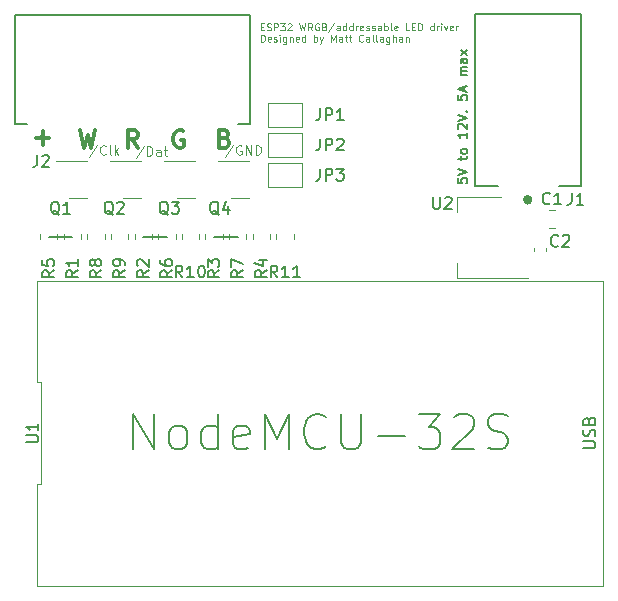
<source format=gbr>
%TF.GenerationSoftware,KiCad,Pcbnew,(6.0.0)*%
%TF.CreationDate,2022-01-02T10:57:20+08:00*%
%TF.ProjectId,NodeMCU-32S-RGBWA-LED-driver,4e6f6465-4d43-4552-9d33-32532d524742,1*%
%TF.SameCoordinates,PX68d6610PY3c42a2c*%
%TF.FileFunction,Legend,Top*%
%TF.FilePolarity,Positive*%
%FSLAX46Y46*%
G04 Gerber Fmt 4.6, Leading zero omitted, Abs format (unit mm)*
G04 Created by KiCad (PCBNEW (6.0.0)) date 2022-01-02 10:57:20*
%MOMM*%
%LPD*%
G01*
G04 APERTURE LIST*
%ADD10C,0.200000*%
%ADD11C,0.150000*%
%ADD12C,0.100000*%
%ADD13C,0.300000*%
%ADD14C,0.120000*%
%ADD15C,0.127000*%
%ADD16C,0.400000*%
G04 APERTURE END LIST*
D10*
X37431904Y-13842500D02*
X37431904Y-14223452D01*
X37812857Y-14261547D01*
X37774761Y-14223452D01*
X37736666Y-14147261D01*
X37736666Y-13956785D01*
X37774761Y-13880595D01*
X37812857Y-13842500D01*
X37889047Y-13804404D01*
X38079523Y-13804404D01*
X38155714Y-13842500D01*
X38193809Y-13880595D01*
X38231904Y-13956785D01*
X38231904Y-14147261D01*
X38193809Y-14223452D01*
X38155714Y-14261547D01*
X37431904Y-13575833D02*
X38231904Y-13309166D01*
X37431904Y-13042500D01*
X37698571Y-12280595D02*
X37698571Y-11975833D01*
X37431904Y-12166309D02*
X38117619Y-12166309D01*
X38193809Y-12128214D01*
X38231904Y-12052023D01*
X38231904Y-11975833D01*
X38231904Y-11594880D02*
X38193809Y-11671071D01*
X38155714Y-11709166D01*
X38079523Y-11747261D01*
X37850952Y-11747261D01*
X37774761Y-11709166D01*
X37736666Y-11671071D01*
X37698571Y-11594880D01*
X37698571Y-11480595D01*
X37736666Y-11404404D01*
X37774761Y-11366309D01*
X37850952Y-11328214D01*
X38079523Y-11328214D01*
X38155714Y-11366309D01*
X38193809Y-11404404D01*
X38231904Y-11480595D01*
X38231904Y-11594880D01*
X38231904Y-9956785D02*
X38231904Y-10413928D01*
X38231904Y-10185357D02*
X37431904Y-10185357D01*
X37546190Y-10261547D01*
X37622380Y-10337738D01*
X37660476Y-10413928D01*
X37508095Y-9652023D02*
X37470000Y-9613928D01*
X37431904Y-9537738D01*
X37431904Y-9347261D01*
X37470000Y-9271071D01*
X37508095Y-9232976D01*
X37584285Y-9194880D01*
X37660476Y-9194880D01*
X37774761Y-9232976D01*
X38231904Y-9690119D01*
X38231904Y-9194880D01*
X37431904Y-8966309D02*
X38231904Y-8699642D01*
X37431904Y-8432976D01*
X38155714Y-8166309D02*
X38193809Y-8128214D01*
X38231904Y-8166309D01*
X38193809Y-8204404D01*
X38155714Y-8166309D01*
X38231904Y-8166309D01*
X37431904Y-6794880D02*
X37431904Y-7175833D01*
X37812857Y-7213928D01*
X37774761Y-7175833D01*
X37736666Y-7099642D01*
X37736666Y-6909166D01*
X37774761Y-6832976D01*
X37812857Y-6794880D01*
X37889047Y-6756785D01*
X38079523Y-6756785D01*
X38155714Y-6794880D01*
X38193809Y-6832976D01*
X38231904Y-6909166D01*
X38231904Y-7099642D01*
X38193809Y-7175833D01*
X38155714Y-7213928D01*
X38003333Y-6452023D02*
X38003333Y-6071071D01*
X38231904Y-6528214D02*
X37431904Y-6261547D01*
X38231904Y-5994880D01*
X38231904Y-5118690D02*
X37698571Y-5118690D01*
X37774761Y-5118690D02*
X37736666Y-5080595D01*
X37698571Y-5004404D01*
X37698571Y-4890119D01*
X37736666Y-4813928D01*
X37812857Y-4775833D01*
X38231904Y-4775833D01*
X37812857Y-4775833D02*
X37736666Y-4737738D01*
X37698571Y-4661547D01*
X37698571Y-4547261D01*
X37736666Y-4471071D01*
X37812857Y-4432976D01*
X38231904Y-4432976D01*
X38231904Y-3709166D02*
X37812857Y-3709166D01*
X37736666Y-3747261D01*
X37698571Y-3823452D01*
X37698571Y-3975833D01*
X37736666Y-4052023D01*
X38193809Y-3709166D02*
X38231904Y-3785357D01*
X38231904Y-3975833D01*
X38193809Y-4052023D01*
X38117619Y-4090119D01*
X38041428Y-4090119D01*
X37965238Y-4052023D01*
X37927142Y-3975833D01*
X37927142Y-3785357D01*
X37889047Y-3709166D01*
X38231904Y-3404404D02*
X37698571Y-2985357D01*
X37698571Y-3404404D02*
X38231904Y-2985357D01*
D11*
X10820000Y-18762500D02*
X12820000Y-18762500D01*
X2820000Y-18762500D02*
X4820000Y-18762500D01*
X18820000Y-18762500D02*
X16820000Y-18762500D01*
D12*
X10872380Y-11086309D02*
X10186666Y-12114880D01*
X11139047Y-11924404D02*
X11139047Y-11124404D01*
X11329523Y-11124404D01*
X11443809Y-11162500D01*
X11520000Y-11238690D01*
X11558095Y-11314880D01*
X11596190Y-11467261D01*
X11596190Y-11581547D01*
X11558095Y-11733928D01*
X11520000Y-11810119D01*
X11443809Y-11886309D01*
X11329523Y-11924404D01*
X11139047Y-11924404D01*
X12281904Y-11924404D02*
X12281904Y-11505357D01*
X12243809Y-11429166D01*
X12167619Y-11391071D01*
X12015238Y-11391071D01*
X11939047Y-11429166D01*
X12281904Y-11886309D02*
X12205714Y-11924404D01*
X12015238Y-11924404D01*
X11939047Y-11886309D01*
X11900952Y-11810119D01*
X11900952Y-11733928D01*
X11939047Y-11657738D01*
X12015238Y-11619642D01*
X12205714Y-11619642D01*
X12281904Y-11581547D01*
X12548571Y-11391071D02*
X12853333Y-11391071D01*
X12662857Y-11124404D02*
X12662857Y-11810119D01*
X12700952Y-11886309D01*
X12777142Y-11924404D01*
X12853333Y-11924404D01*
X20777857Y-986642D02*
X20977857Y-986642D01*
X21063571Y-1300928D02*
X20777857Y-1300928D01*
X20777857Y-700928D01*
X21063571Y-700928D01*
X21292142Y-1272357D02*
X21377857Y-1300928D01*
X21520714Y-1300928D01*
X21577857Y-1272357D01*
X21606428Y-1243785D01*
X21635000Y-1186642D01*
X21635000Y-1129500D01*
X21606428Y-1072357D01*
X21577857Y-1043785D01*
X21520714Y-1015214D01*
X21406428Y-986642D01*
X21349285Y-958071D01*
X21320714Y-929500D01*
X21292142Y-872357D01*
X21292142Y-815214D01*
X21320714Y-758071D01*
X21349285Y-729500D01*
X21406428Y-700928D01*
X21549285Y-700928D01*
X21635000Y-729500D01*
X21892142Y-1300928D02*
X21892142Y-700928D01*
X22120714Y-700928D01*
X22177857Y-729500D01*
X22206428Y-758071D01*
X22235000Y-815214D01*
X22235000Y-900928D01*
X22206428Y-958071D01*
X22177857Y-986642D01*
X22120714Y-1015214D01*
X21892142Y-1015214D01*
X22435000Y-700928D02*
X22806428Y-700928D01*
X22606428Y-929500D01*
X22692142Y-929500D01*
X22749285Y-958071D01*
X22777857Y-986642D01*
X22806428Y-1043785D01*
X22806428Y-1186642D01*
X22777857Y-1243785D01*
X22749285Y-1272357D01*
X22692142Y-1300928D01*
X22520714Y-1300928D01*
X22463571Y-1272357D01*
X22435000Y-1243785D01*
X23035000Y-758071D02*
X23063571Y-729500D01*
X23120714Y-700928D01*
X23263571Y-700928D01*
X23320714Y-729500D01*
X23349285Y-758071D01*
X23377857Y-815214D01*
X23377857Y-872357D01*
X23349285Y-958071D01*
X23006428Y-1300928D01*
X23377857Y-1300928D01*
X24035000Y-700928D02*
X24177857Y-1300928D01*
X24292142Y-872357D01*
X24406428Y-1300928D01*
X24549285Y-700928D01*
X25120714Y-1300928D02*
X24920714Y-1015214D01*
X24777857Y-1300928D02*
X24777857Y-700928D01*
X25006428Y-700928D01*
X25063571Y-729500D01*
X25092142Y-758071D01*
X25120714Y-815214D01*
X25120714Y-900928D01*
X25092142Y-958071D01*
X25063571Y-986642D01*
X25006428Y-1015214D01*
X24777857Y-1015214D01*
X25692142Y-729500D02*
X25635000Y-700928D01*
X25549285Y-700928D01*
X25463571Y-729500D01*
X25406428Y-786642D01*
X25377857Y-843785D01*
X25349285Y-958071D01*
X25349285Y-1043785D01*
X25377857Y-1158071D01*
X25406428Y-1215214D01*
X25463571Y-1272357D01*
X25549285Y-1300928D01*
X25606428Y-1300928D01*
X25692142Y-1272357D01*
X25720714Y-1243785D01*
X25720714Y-1043785D01*
X25606428Y-1043785D01*
X26177857Y-986642D02*
X26263571Y-1015214D01*
X26292142Y-1043785D01*
X26320714Y-1100928D01*
X26320714Y-1186642D01*
X26292142Y-1243785D01*
X26263571Y-1272357D01*
X26206428Y-1300928D01*
X25977857Y-1300928D01*
X25977857Y-700928D01*
X26177857Y-700928D01*
X26235000Y-729500D01*
X26263571Y-758071D01*
X26292142Y-815214D01*
X26292142Y-872357D01*
X26263571Y-929500D01*
X26235000Y-958071D01*
X26177857Y-986642D01*
X25977857Y-986642D01*
X27006428Y-672357D02*
X26492142Y-1443785D01*
X27463571Y-1300928D02*
X27463571Y-986642D01*
X27435000Y-929500D01*
X27377857Y-900928D01*
X27263571Y-900928D01*
X27206428Y-929500D01*
X27463571Y-1272357D02*
X27406428Y-1300928D01*
X27263571Y-1300928D01*
X27206428Y-1272357D01*
X27177857Y-1215214D01*
X27177857Y-1158071D01*
X27206428Y-1100928D01*
X27263571Y-1072357D01*
X27406428Y-1072357D01*
X27463571Y-1043785D01*
X28006428Y-1300928D02*
X28006428Y-700928D01*
X28006428Y-1272357D02*
X27949285Y-1300928D01*
X27835000Y-1300928D01*
X27777857Y-1272357D01*
X27749285Y-1243785D01*
X27720714Y-1186642D01*
X27720714Y-1015214D01*
X27749285Y-958071D01*
X27777857Y-929500D01*
X27835000Y-900928D01*
X27949285Y-900928D01*
X28006428Y-929500D01*
X28549285Y-1300928D02*
X28549285Y-700928D01*
X28549285Y-1272357D02*
X28492142Y-1300928D01*
X28377857Y-1300928D01*
X28320714Y-1272357D01*
X28292142Y-1243785D01*
X28263571Y-1186642D01*
X28263571Y-1015214D01*
X28292142Y-958071D01*
X28320714Y-929500D01*
X28377857Y-900928D01*
X28492142Y-900928D01*
X28549285Y-929500D01*
X28835000Y-1300928D02*
X28835000Y-900928D01*
X28835000Y-1015214D02*
X28863571Y-958071D01*
X28892142Y-929500D01*
X28949285Y-900928D01*
X29006428Y-900928D01*
X29435000Y-1272357D02*
X29377857Y-1300928D01*
X29263571Y-1300928D01*
X29206428Y-1272357D01*
X29177857Y-1215214D01*
X29177857Y-986642D01*
X29206428Y-929500D01*
X29263571Y-900928D01*
X29377857Y-900928D01*
X29435000Y-929500D01*
X29463571Y-986642D01*
X29463571Y-1043785D01*
X29177857Y-1100928D01*
X29692142Y-1272357D02*
X29749285Y-1300928D01*
X29863571Y-1300928D01*
X29920714Y-1272357D01*
X29949285Y-1215214D01*
X29949285Y-1186642D01*
X29920714Y-1129500D01*
X29863571Y-1100928D01*
X29777857Y-1100928D01*
X29720714Y-1072357D01*
X29692142Y-1015214D01*
X29692142Y-986642D01*
X29720714Y-929500D01*
X29777857Y-900928D01*
X29863571Y-900928D01*
X29920714Y-929500D01*
X30177857Y-1272357D02*
X30235000Y-1300928D01*
X30349285Y-1300928D01*
X30406428Y-1272357D01*
X30435000Y-1215214D01*
X30435000Y-1186642D01*
X30406428Y-1129500D01*
X30349285Y-1100928D01*
X30263571Y-1100928D01*
X30206428Y-1072357D01*
X30177857Y-1015214D01*
X30177857Y-986642D01*
X30206428Y-929500D01*
X30263571Y-900928D01*
X30349285Y-900928D01*
X30406428Y-929500D01*
X30949285Y-1300928D02*
X30949285Y-986642D01*
X30920714Y-929500D01*
X30863571Y-900928D01*
X30749285Y-900928D01*
X30692142Y-929500D01*
X30949285Y-1272357D02*
X30892142Y-1300928D01*
X30749285Y-1300928D01*
X30692142Y-1272357D01*
X30663571Y-1215214D01*
X30663571Y-1158071D01*
X30692142Y-1100928D01*
X30749285Y-1072357D01*
X30892142Y-1072357D01*
X30949285Y-1043785D01*
X31235000Y-1300928D02*
X31235000Y-700928D01*
X31235000Y-929500D02*
X31292142Y-900928D01*
X31406428Y-900928D01*
X31463571Y-929500D01*
X31492142Y-958071D01*
X31520714Y-1015214D01*
X31520714Y-1186642D01*
X31492142Y-1243785D01*
X31463571Y-1272357D01*
X31406428Y-1300928D01*
X31292142Y-1300928D01*
X31235000Y-1272357D01*
X31863571Y-1300928D02*
X31806428Y-1272357D01*
X31777857Y-1215214D01*
X31777857Y-700928D01*
X32320714Y-1272357D02*
X32263571Y-1300928D01*
X32149285Y-1300928D01*
X32092142Y-1272357D01*
X32063571Y-1215214D01*
X32063571Y-986642D01*
X32092142Y-929500D01*
X32149285Y-900928D01*
X32263571Y-900928D01*
X32320714Y-929500D01*
X32349285Y-986642D01*
X32349285Y-1043785D01*
X32063571Y-1100928D01*
X33349285Y-1300928D02*
X33063571Y-1300928D01*
X33063571Y-700928D01*
X33549285Y-986642D02*
X33749285Y-986642D01*
X33835000Y-1300928D02*
X33549285Y-1300928D01*
X33549285Y-700928D01*
X33835000Y-700928D01*
X34092142Y-1300928D02*
X34092142Y-700928D01*
X34235000Y-700928D01*
X34320714Y-729500D01*
X34377857Y-786642D01*
X34406428Y-843785D01*
X34435000Y-958071D01*
X34435000Y-1043785D01*
X34406428Y-1158071D01*
X34377857Y-1215214D01*
X34320714Y-1272357D01*
X34235000Y-1300928D01*
X34092142Y-1300928D01*
X35406428Y-1300928D02*
X35406428Y-700928D01*
X35406428Y-1272357D02*
X35349285Y-1300928D01*
X35235000Y-1300928D01*
X35177857Y-1272357D01*
X35149285Y-1243785D01*
X35120714Y-1186642D01*
X35120714Y-1015214D01*
X35149285Y-958071D01*
X35177857Y-929500D01*
X35235000Y-900928D01*
X35349285Y-900928D01*
X35406428Y-929500D01*
X35692142Y-1300928D02*
X35692142Y-900928D01*
X35692142Y-1015214D02*
X35720714Y-958071D01*
X35749285Y-929500D01*
X35806428Y-900928D01*
X35863571Y-900928D01*
X36063571Y-1300928D02*
X36063571Y-900928D01*
X36063571Y-700928D02*
X36035000Y-729500D01*
X36063571Y-758071D01*
X36092142Y-729500D01*
X36063571Y-700928D01*
X36063571Y-758071D01*
X36292142Y-900928D02*
X36435000Y-1300928D01*
X36577857Y-900928D01*
X37035000Y-1272357D02*
X36977857Y-1300928D01*
X36863571Y-1300928D01*
X36806428Y-1272357D01*
X36777857Y-1215214D01*
X36777857Y-986642D01*
X36806428Y-929500D01*
X36863571Y-900928D01*
X36977857Y-900928D01*
X37035000Y-929500D01*
X37063571Y-986642D01*
X37063571Y-1043785D01*
X36777857Y-1100928D01*
X37320714Y-1300928D02*
X37320714Y-900928D01*
X37320714Y-1015214D02*
X37349285Y-958071D01*
X37377857Y-929500D01*
X37435000Y-900928D01*
X37492142Y-900928D01*
X20777857Y-2266928D02*
X20777857Y-1666928D01*
X20920714Y-1666928D01*
X21006428Y-1695500D01*
X21063571Y-1752642D01*
X21092142Y-1809785D01*
X21120714Y-1924071D01*
X21120714Y-2009785D01*
X21092142Y-2124071D01*
X21063571Y-2181214D01*
X21006428Y-2238357D01*
X20920714Y-2266928D01*
X20777857Y-2266928D01*
X21606428Y-2238357D02*
X21549285Y-2266928D01*
X21435000Y-2266928D01*
X21377857Y-2238357D01*
X21349285Y-2181214D01*
X21349285Y-1952642D01*
X21377857Y-1895500D01*
X21435000Y-1866928D01*
X21549285Y-1866928D01*
X21606428Y-1895500D01*
X21635000Y-1952642D01*
X21635000Y-2009785D01*
X21349285Y-2066928D01*
X21863571Y-2238357D02*
X21920714Y-2266928D01*
X22035000Y-2266928D01*
X22092142Y-2238357D01*
X22120714Y-2181214D01*
X22120714Y-2152642D01*
X22092142Y-2095500D01*
X22035000Y-2066928D01*
X21949285Y-2066928D01*
X21892142Y-2038357D01*
X21863571Y-1981214D01*
X21863571Y-1952642D01*
X21892142Y-1895500D01*
X21949285Y-1866928D01*
X22035000Y-1866928D01*
X22092142Y-1895500D01*
X22377857Y-2266928D02*
X22377857Y-1866928D01*
X22377857Y-1666928D02*
X22349285Y-1695500D01*
X22377857Y-1724071D01*
X22406428Y-1695500D01*
X22377857Y-1666928D01*
X22377857Y-1724071D01*
X22920714Y-1866928D02*
X22920714Y-2352642D01*
X22892142Y-2409785D01*
X22863571Y-2438357D01*
X22806428Y-2466928D01*
X22720714Y-2466928D01*
X22663571Y-2438357D01*
X22920714Y-2238357D02*
X22863571Y-2266928D01*
X22749285Y-2266928D01*
X22692142Y-2238357D01*
X22663571Y-2209785D01*
X22635000Y-2152642D01*
X22635000Y-1981214D01*
X22663571Y-1924071D01*
X22692142Y-1895500D01*
X22749285Y-1866928D01*
X22863571Y-1866928D01*
X22920714Y-1895500D01*
X23206428Y-1866928D02*
X23206428Y-2266928D01*
X23206428Y-1924071D02*
X23235000Y-1895500D01*
X23292142Y-1866928D01*
X23377857Y-1866928D01*
X23435000Y-1895500D01*
X23463571Y-1952642D01*
X23463571Y-2266928D01*
X23977857Y-2238357D02*
X23920714Y-2266928D01*
X23806428Y-2266928D01*
X23749285Y-2238357D01*
X23720714Y-2181214D01*
X23720714Y-1952642D01*
X23749285Y-1895500D01*
X23806428Y-1866928D01*
X23920714Y-1866928D01*
X23977857Y-1895500D01*
X24006428Y-1952642D01*
X24006428Y-2009785D01*
X23720714Y-2066928D01*
X24520714Y-2266928D02*
X24520714Y-1666928D01*
X24520714Y-2238357D02*
X24463571Y-2266928D01*
X24349285Y-2266928D01*
X24292142Y-2238357D01*
X24263571Y-2209785D01*
X24235000Y-2152642D01*
X24235000Y-1981214D01*
X24263571Y-1924071D01*
X24292142Y-1895500D01*
X24349285Y-1866928D01*
X24463571Y-1866928D01*
X24520714Y-1895500D01*
X25263571Y-2266928D02*
X25263571Y-1666928D01*
X25263571Y-1895500D02*
X25320714Y-1866928D01*
X25435000Y-1866928D01*
X25492142Y-1895500D01*
X25520714Y-1924071D01*
X25549285Y-1981214D01*
X25549285Y-2152642D01*
X25520714Y-2209785D01*
X25492142Y-2238357D01*
X25435000Y-2266928D01*
X25320714Y-2266928D01*
X25263571Y-2238357D01*
X25749285Y-1866928D02*
X25892142Y-2266928D01*
X26035000Y-1866928D02*
X25892142Y-2266928D01*
X25835000Y-2409785D01*
X25806428Y-2438357D01*
X25749285Y-2466928D01*
X26720714Y-2266928D02*
X26720714Y-1666928D01*
X26920714Y-2095500D01*
X27120714Y-1666928D01*
X27120714Y-2266928D01*
X27663571Y-2266928D02*
X27663571Y-1952642D01*
X27635000Y-1895500D01*
X27577857Y-1866928D01*
X27463571Y-1866928D01*
X27406428Y-1895500D01*
X27663571Y-2238357D02*
X27606428Y-2266928D01*
X27463571Y-2266928D01*
X27406428Y-2238357D01*
X27377857Y-2181214D01*
X27377857Y-2124071D01*
X27406428Y-2066928D01*
X27463571Y-2038357D01*
X27606428Y-2038357D01*
X27663571Y-2009785D01*
X27863571Y-1866928D02*
X28092142Y-1866928D01*
X27949285Y-1666928D02*
X27949285Y-2181214D01*
X27977857Y-2238357D01*
X28035000Y-2266928D01*
X28092142Y-2266928D01*
X28206428Y-1866928D02*
X28435000Y-1866928D01*
X28292142Y-1666928D02*
X28292142Y-2181214D01*
X28320714Y-2238357D01*
X28377857Y-2266928D01*
X28435000Y-2266928D01*
X29435000Y-2209785D02*
X29406428Y-2238357D01*
X29320714Y-2266928D01*
X29263571Y-2266928D01*
X29177857Y-2238357D01*
X29120714Y-2181214D01*
X29092142Y-2124071D01*
X29063571Y-2009785D01*
X29063571Y-1924071D01*
X29092142Y-1809785D01*
X29120714Y-1752642D01*
X29177857Y-1695500D01*
X29263571Y-1666928D01*
X29320714Y-1666928D01*
X29406428Y-1695500D01*
X29435000Y-1724071D01*
X29949285Y-2266928D02*
X29949285Y-1952642D01*
X29920714Y-1895500D01*
X29863571Y-1866928D01*
X29749285Y-1866928D01*
X29692142Y-1895500D01*
X29949285Y-2238357D02*
X29892142Y-2266928D01*
X29749285Y-2266928D01*
X29692142Y-2238357D01*
X29663571Y-2181214D01*
X29663571Y-2124071D01*
X29692142Y-2066928D01*
X29749285Y-2038357D01*
X29892142Y-2038357D01*
X29949285Y-2009785D01*
X30320714Y-2266928D02*
X30263571Y-2238357D01*
X30235000Y-2181214D01*
X30235000Y-1666928D01*
X30635000Y-2266928D02*
X30577857Y-2238357D01*
X30549285Y-2181214D01*
X30549285Y-1666928D01*
X31120714Y-2266928D02*
X31120714Y-1952642D01*
X31092142Y-1895500D01*
X31035000Y-1866928D01*
X30920714Y-1866928D01*
X30863571Y-1895500D01*
X31120714Y-2238357D02*
X31063571Y-2266928D01*
X30920714Y-2266928D01*
X30863571Y-2238357D01*
X30835000Y-2181214D01*
X30835000Y-2124071D01*
X30863571Y-2066928D01*
X30920714Y-2038357D01*
X31063571Y-2038357D01*
X31120714Y-2009785D01*
X31663571Y-1866928D02*
X31663571Y-2352642D01*
X31635000Y-2409785D01*
X31606428Y-2438357D01*
X31549285Y-2466928D01*
X31463571Y-2466928D01*
X31406428Y-2438357D01*
X31663571Y-2238357D02*
X31606428Y-2266928D01*
X31492142Y-2266928D01*
X31435000Y-2238357D01*
X31406428Y-2209785D01*
X31377857Y-2152642D01*
X31377857Y-1981214D01*
X31406428Y-1924071D01*
X31435000Y-1895500D01*
X31492142Y-1866928D01*
X31606428Y-1866928D01*
X31663571Y-1895500D01*
X31949285Y-2266928D02*
X31949285Y-1666928D01*
X32206428Y-2266928D02*
X32206428Y-1952642D01*
X32177857Y-1895500D01*
X32120714Y-1866928D01*
X32035000Y-1866928D01*
X31977857Y-1895500D01*
X31949285Y-1924071D01*
X32749285Y-2266928D02*
X32749285Y-1952642D01*
X32720714Y-1895500D01*
X32663571Y-1866928D01*
X32549285Y-1866928D01*
X32492142Y-1895500D01*
X32749285Y-2238357D02*
X32692142Y-2266928D01*
X32549285Y-2266928D01*
X32492142Y-2238357D01*
X32463571Y-2181214D01*
X32463571Y-2124071D01*
X32492142Y-2066928D01*
X32549285Y-2038357D01*
X32692142Y-2038357D01*
X32749285Y-2009785D01*
X33035000Y-1866928D02*
X33035000Y-2266928D01*
X33035000Y-1924071D02*
X33063571Y-1895500D01*
X33120714Y-1866928D01*
X33206428Y-1866928D01*
X33263571Y-1895500D01*
X33292142Y-1952642D01*
X33292142Y-2266928D01*
D13*
X17727142Y-10455357D02*
X17941428Y-10526785D01*
X18012857Y-10598214D01*
X18084285Y-10741071D01*
X18084285Y-10955357D01*
X18012857Y-11098214D01*
X17941428Y-11169642D01*
X17798571Y-11241071D01*
X17227142Y-11241071D01*
X17227142Y-9741071D01*
X17727142Y-9741071D01*
X17870000Y-9812500D01*
X17941428Y-9883928D01*
X18012857Y-10026785D01*
X18012857Y-10169642D01*
X17941428Y-10312500D01*
X17870000Y-10383928D01*
X17727142Y-10455357D01*
X17227142Y-10455357D01*
X14212857Y-9812500D02*
X14070000Y-9741071D01*
X13855714Y-9741071D01*
X13641428Y-9812500D01*
X13498571Y-9955357D01*
X13427142Y-10098214D01*
X13355714Y-10383928D01*
X13355714Y-10598214D01*
X13427142Y-10883928D01*
X13498571Y-11026785D01*
X13641428Y-11169642D01*
X13855714Y-11241071D01*
X13998571Y-11241071D01*
X14212857Y-11169642D01*
X14284285Y-11098214D01*
X14284285Y-10598214D01*
X13998571Y-10598214D01*
D12*
X6929523Y-10986309D02*
X6243809Y-12014880D01*
X7653333Y-11748214D02*
X7615238Y-11786309D01*
X7500952Y-11824404D01*
X7424761Y-11824404D01*
X7310476Y-11786309D01*
X7234285Y-11710119D01*
X7196190Y-11633928D01*
X7158095Y-11481547D01*
X7158095Y-11367261D01*
X7196190Y-11214880D01*
X7234285Y-11138690D01*
X7310476Y-11062500D01*
X7424761Y-11024404D01*
X7500952Y-11024404D01*
X7615238Y-11062500D01*
X7653333Y-11100595D01*
X8110476Y-11824404D02*
X8034285Y-11786309D01*
X7996190Y-11710119D01*
X7996190Y-11024404D01*
X8415238Y-11824404D02*
X8415238Y-11024404D01*
X8491428Y-11519642D02*
X8720000Y-11824404D01*
X8720000Y-11291071D02*
X8415238Y-11595833D01*
X18443809Y-10986309D02*
X17758095Y-12014880D01*
X19129523Y-11062500D02*
X19053333Y-11024404D01*
X18939047Y-11024404D01*
X18824761Y-11062500D01*
X18748571Y-11138690D01*
X18710476Y-11214880D01*
X18672380Y-11367261D01*
X18672380Y-11481547D01*
X18710476Y-11633928D01*
X18748571Y-11710119D01*
X18824761Y-11786309D01*
X18939047Y-11824404D01*
X19015238Y-11824404D01*
X19129523Y-11786309D01*
X19167619Y-11748214D01*
X19167619Y-11481547D01*
X19015238Y-11481547D01*
X19510476Y-11824404D02*
X19510476Y-11024404D01*
X19967619Y-11824404D01*
X19967619Y-11024404D01*
X20348571Y-11824404D02*
X20348571Y-11024404D01*
X20539047Y-11024404D01*
X20653333Y-11062500D01*
X20729523Y-11138690D01*
X20767619Y-11214880D01*
X20805714Y-11367261D01*
X20805714Y-11481547D01*
X20767619Y-11633928D01*
X20729523Y-11710119D01*
X20653333Y-11786309D01*
X20539047Y-11824404D01*
X20348571Y-11824404D01*
D13*
X1728571Y-10407142D02*
X2871428Y-10407142D01*
X2300000Y-10978571D02*
X2300000Y-9835714D01*
X5477142Y-9741071D02*
X5834285Y-11241071D01*
X6120000Y-10169642D01*
X6405714Y-11241071D01*
X6762857Y-9741071D01*
X10384285Y-11241071D02*
X9884285Y-10526785D01*
X9527142Y-11241071D02*
X9527142Y-9741071D01*
X10098571Y-9741071D01*
X10241428Y-9812500D01*
X10312857Y-9883928D01*
X10384285Y-10026785D01*
X10384285Y-10241071D01*
X10312857Y-10383928D01*
X10241428Y-10455357D01*
X10098571Y-10526785D01*
X9527142Y-10526785D01*
D11*
%TO.C,R6*%
X13272380Y-21629166D02*
X12796190Y-21962500D01*
X13272380Y-22200595D02*
X12272380Y-22200595D01*
X12272380Y-21819642D01*
X12320000Y-21724404D01*
X12367619Y-21676785D01*
X12462857Y-21629166D01*
X12605714Y-21629166D01*
X12700952Y-21676785D01*
X12748571Y-21724404D01*
X12796190Y-21819642D01*
X12796190Y-22200595D01*
X12272380Y-20772023D02*
X12272380Y-20962500D01*
X12320000Y-21057738D01*
X12367619Y-21105357D01*
X12510476Y-21200595D01*
X12700952Y-21248214D01*
X13081904Y-21248214D01*
X13177142Y-21200595D01*
X13224761Y-21152976D01*
X13272380Y-21057738D01*
X13272380Y-20867261D01*
X13224761Y-20772023D01*
X13177142Y-20724404D01*
X13081904Y-20676785D01*
X12843809Y-20676785D01*
X12748571Y-20724404D01*
X12700952Y-20772023D01*
X12653333Y-20867261D01*
X12653333Y-21057738D01*
X12700952Y-21152976D01*
X12748571Y-21200595D01*
X12843809Y-21248214D01*
%TO.C,R11*%
X22177142Y-22214880D02*
X21843809Y-21738690D01*
X21605714Y-22214880D02*
X21605714Y-21214880D01*
X21986666Y-21214880D01*
X22081904Y-21262500D01*
X22129523Y-21310119D01*
X22177142Y-21405357D01*
X22177142Y-21548214D01*
X22129523Y-21643452D01*
X22081904Y-21691071D01*
X21986666Y-21738690D01*
X21605714Y-21738690D01*
X23129523Y-22214880D02*
X22558095Y-22214880D01*
X22843809Y-22214880D02*
X22843809Y-21214880D01*
X22748571Y-21357738D01*
X22653333Y-21452976D01*
X22558095Y-21500595D01*
X24081904Y-22214880D02*
X23510476Y-22214880D01*
X23796190Y-22214880D02*
X23796190Y-21214880D01*
X23700952Y-21357738D01*
X23605714Y-21452976D01*
X23510476Y-21500595D01*
%TO.C,JP3*%
X25786666Y-13014880D02*
X25786666Y-13729166D01*
X25739047Y-13872023D01*
X25643809Y-13967261D01*
X25500952Y-14014880D01*
X25405714Y-14014880D01*
X26262857Y-14014880D02*
X26262857Y-13014880D01*
X26643809Y-13014880D01*
X26739047Y-13062500D01*
X26786666Y-13110119D01*
X26834285Y-13205357D01*
X26834285Y-13348214D01*
X26786666Y-13443452D01*
X26739047Y-13491071D01*
X26643809Y-13538690D01*
X26262857Y-13538690D01*
X27167619Y-13014880D02*
X27786666Y-13014880D01*
X27453333Y-13395833D01*
X27596190Y-13395833D01*
X27691428Y-13443452D01*
X27739047Y-13491071D01*
X27786666Y-13586309D01*
X27786666Y-13824404D01*
X27739047Y-13919642D01*
X27691428Y-13967261D01*
X27596190Y-14014880D01*
X27310476Y-14014880D01*
X27215238Y-13967261D01*
X27167619Y-13919642D01*
%TO.C,R2*%
X11272380Y-21629166D02*
X10796190Y-21962500D01*
X11272380Y-22200595D02*
X10272380Y-22200595D01*
X10272380Y-21819642D01*
X10320000Y-21724404D01*
X10367619Y-21676785D01*
X10462857Y-21629166D01*
X10605714Y-21629166D01*
X10700952Y-21676785D01*
X10748571Y-21724404D01*
X10796190Y-21819642D01*
X10796190Y-22200595D01*
X10367619Y-21248214D02*
X10320000Y-21200595D01*
X10272380Y-21105357D01*
X10272380Y-20867261D01*
X10320000Y-20772023D01*
X10367619Y-20724404D01*
X10462857Y-20676785D01*
X10558095Y-20676785D01*
X10700952Y-20724404D01*
X11272380Y-21295833D01*
X11272380Y-20676785D01*
%TO.C,R7*%
X19272380Y-21629166D02*
X18796190Y-21962500D01*
X19272380Y-22200595D02*
X18272380Y-22200595D01*
X18272380Y-21819642D01*
X18320000Y-21724404D01*
X18367619Y-21676785D01*
X18462857Y-21629166D01*
X18605714Y-21629166D01*
X18700952Y-21676785D01*
X18748571Y-21724404D01*
X18796190Y-21819642D01*
X18796190Y-22200595D01*
X18272380Y-21295833D02*
X18272380Y-20629166D01*
X19272380Y-21057738D01*
%TO.C,JP2*%
X25786666Y-10464880D02*
X25786666Y-11179166D01*
X25739047Y-11322023D01*
X25643809Y-11417261D01*
X25500952Y-11464880D01*
X25405714Y-11464880D01*
X26262857Y-11464880D02*
X26262857Y-10464880D01*
X26643809Y-10464880D01*
X26739047Y-10512500D01*
X26786666Y-10560119D01*
X26834285Y-10655357D01*
X26834285Y-10798214D01*
X26786666Y-10893452D01*
X26739047Y-10941071D01*
X26643809Y-10988690D01*
X26262857Y-10988690D01*
X27215238Y-10560119D02*
X27262857Y-10512500D01*
X27358095Y-10464880D01*
X27596190Y-10464880D01*
X27691428Y-10512500D01*
X27739047Y-10560119D01*
X27786666Y-10655357D01*
X27786666Y-10750595D01*
X27739047Y-10893452D01*
X27167619Y-11464880D01*
X27786666Y-11464880D01*
%TO.C,U2*%
X35358095Y-15414880D02*
X35358095Y-16224404D01*
X35405714Y-16319642D01*
X35453333Y-16367261D01*
X35548571Y-16414880D01*
X35739047Y-16414880D01*
X35834285Y-16367261D01*
X35881904Y-16319642D01*
X35929523Y-16224404D01*
X35929523Y-15414880D01*
X36358095Y-15510119D02*
X36405714Y-15462500D01*
X36500952Y-15414880D01*
X36739047Y-15414880D01*
X36834285Y-15462500D01*
X36881904Y-15510119D01*
X36929523Y-15605357D01*
X36929523Y-15700595D01*
X36881904Y-15843452D01*
X36310476Y-16414880D01*
X36929523Y-16414880D01*
%TO.C,R5*%
X3272380Y-21629166D02*
X2796190Y-21962500D01*
X3272380Y-22200595D02*
X2272380Y-22200595D01*
X2272380Y-21819642D01*
X2320000Y-21724404D01*
X2367619Y-21676785D01*
X2462857Y-21629166D01*
X2605714Y-21629166D01*
X2700952Y-21676785D01*
X2748571Y-21724404D01*
X2796190Y-21819642D01*
X2796190Y-22200595D01*
X2272380Y-20724404D02*
X2272380Y-21200595D01*
X2748571Y-21248214D01*
X2700952Y-21200595D01*
X2653333Y-21105357D01*
X2653333Y-20867261D01*
X2700952Y-20772023D01*
X2748571Y-20724404D01*
X2843809Y-20676785D01*
X3081904Y-20676785D01*
X3177142Y-20724404D01*
X3224761Y-20772023D01*
X3272380Y-20867261D01*
X3272380Y-21105357D01*
X3224761Y-21200595D01*
X3177142Y-21248214D01*
%TO.C,R4*%
X21272380Y-21629166D02*
X20796190Y-21962500D01*
X21272380Y-22200595D02*
X20272380Y-22200595D01*
X20272380Y-21819642D01*
X20320000Y-21724404D01*
X20367619Y-21676785D01*
X20462857Y-21629166D01*
X20605714Y-21629166D01*
X20700952Y-21676785D01*
X20748571Y-21724404D01*
X20796190Y-21819642D01*
X20796190Y-22200595D01*
X20605714Y-20772023D02*
X21272380Y-20772023D01*
X20224761Y-21010119D02*
X20939047Y-21248214D01*
X20939047Y-20629166D01*
%TO.C,R3*%
X17272380Y-21629166D02*
X16796190Y-21962500D01*
X17272380Y-22200595D02*
X16272380Y-22200595D01*
X16272380Y-21819642D01*
X16320000Y-21724404D01*
X16367619Y-21676785D01*
X16462857Y-21629166D01*
X16605714Y-21629166D01*
X16700952Y-21676785D01*
X16748571Y-21724404D01*
X16796190Y-21819642D01*
X16796190Y-22200595D01*
X16272380Y-21295833D02*
X16272380Y-20676785D01*
X16653333Y-21010119D01*
X16653333Y-20867261D01*
X16700952Y-20772023D01*
X16748571Y-20724404D01*
X16843809Y-20676785D01*
X17081904Y-20676785D01*
X17177142Y-20724404D01*
X17224761Y-20772023D01*
X17272380Y-20867261D01*
X17272380Y-21152976D01*
X17224761Y-21248214D01*
X17177142Y-21295833D01*
%TO.C,Q1*%
X3724761Y-16910119D02*
X3629523Y-16862500D01*
X3534285Y-16767261D01*
X3391428Y-16624404D01*
X3296190Y-16576785D01*
X3200952Y-16576785D01*
X3248571Y-16814880D02*
X3153333Y-16767261D01*
X3058095Y-16672023D01*
X3010476Y-16481547D01*
X3010476Y-16148214D01*
X3058095Y-15957738D01*
X3153333Y-15862500D01*
X3248571Y-15814880D01*
X3439047Y-15814880D01*
X3534285Y-15862500D01*
X3629523Y-15957738D01*
X3677142Y-16148214D01*
X3677142Y-16481547D01*
X3629523Y-16672023D01*
X3534285Y-16767261D01*
X3439047Y-16814880D01*
X3248571Y-16814880D01*
X4629523Y-16814880D02*
X4058095Y-16814880D01*
X4343809Y-16814880D02*
X4343809Y-15814880D01*
X4248571Y-15957738D01*
X4153333Y-16052976D01*
X4058095Y-16100595D01*
%TO.C,U1*%
X922380Y-36174404D02*
X1731904Y-36174404D01*
X1827142Y-36126785D01*
X1874761Y-36079166D01*
X1922380Y-35983928D01*
X1922380Y-35793452D01*
X1874761Y-35698214D01*
X1827142Y-35650595D01*
X1731904Y-35602976D01*
X922380Y-35602976D01*
X1922380Y-34602976D02*
X1922380Y-35174404D01*
X1922380Y-34888690D02*
X922380Y-34888690D01*
X1065238Y-34983928D01*
X1160476Y-35079166D01*
X1208095Y-35174404D01*
X9984285Y-36769642D02*
X9984285Y-33769642D01*
X11698571Y-36769642D01*
X11698571Y-33769642D01*
X13555714Y-36769642D02*
X13270000Y-36626785D01*
X13127142Y-36483928D01*
X12984285Y-36198214D01*
X12984285Y-35341071D01*
X13127142Y-35055357D01*
X13270000Y-34912500D01*
X13555714Y-34769642D01*
X13984285Y-34769642D01*
X14270000Y-34912500D01*
X14412857Y-35055357D01*
X14555714Y-35341071D01*
X14555714Y-36198214D01*
X14412857Y-36483928D01*
X14270000Y-36626785D01*
X13984285Y-36769642D01*
X13555714Y-36769642D01*
X17127142Y-36769642D02*
X17127142Y-33769642D01*
X17127142Y-36626785D02*
X16841428Y-36769642D01*
X16270000Y-36769642D01*
X15984285Y-36626785D01*
X15841428Y-36483928D01*
X15698571Y-36198214D01*
X15698571Y-35341071D01*
X15841428Y-35055357D01*
X15984285Y-34912500D01*
X16270000Y-34769642D01*
X16841428Y-34769642D01*
X17127142Y-34912500D01*
X19698571Y-36626785D02*
X19412857Y-36769642D01*
X18841428Y-36769642D01*
X18555714Y-36626785D01*
X18412857Y-36341071D01*
X18412857Y-35198214D01*
X18555714Y-34912500D01*
X18841428Y-34769642D01*
X19412857Y-34769642D01*
X19698571Y-34912500D01*
X19841428Y-35198214D01*
X19841428Y-35483928D01*
X18412857Y-35769642D01*
X21127142Y-36769642D02*
X21127142Y-33769642D01*
X22127142Y-35912500D01*
X23127142Y-33769642D01*
X23127142Y-36769642D01*
X26270000Y-36483928D02*
X26127142Y-36626785D01*
X25698571Y-36769642D01*
X25412857Y-36769642D01*
X24984285Y-36626785D01*
X24698571Y-36341071D01*
X24555714Y-36055357D01*
X24412857Y-35483928D01*
X24412857Y-35055357D01*
X24555714Y-34483928D01*
X24698571Y-34198214D01*
X24984285Y-33912500D01*
X25412857Y-33769642D01*
X25698571Y-33769642D01*
X26127142Y-33912500D01*
X26270000Y-34055357D01*
X27555714Y-33769642D02*
X27555714Y-36198214D01*
X27698571Y-36483928D01*
X27841428Y-36626785D01*
X28127142Y-36769642D01*
X28698571Y-36769642D01*
X28984285Y-36626785D01*
X29127142Y-36483928D01*
X29270000Y-36198214D01*
X29270000Y-33769642D01*
X30698571Y-35626785D02*
X32984285Y-35626785D01*
X34127142Y-33769642D02*
X35984285Y-33769642D01*
X34984285Y-34912500D01*
X35412857Y-34912500D01*
X35698571Y-35055357D01*
X35841428Y-35198214D01*
X35984285Y-35483928D01*
X35984285Y-36198214D01*
X35841428Y-36483928D01*
X35698571Y-36626785D01*
X35412857Y-36769642D01*
X34555714Y-36769642D01*
X34270000Y-36626785D01*
X34127142Y-36483928D01*
X37127142Y-34055357D02*
X37270000Y-33912500D01*
X37555714Y-33769642D01*
X38270000Y-33769642D01*
X38555714Y-33912500D01*
X38698571Y-34055357D01*
X38841428Y-34341071D01*
X38841428Y-34626785D01*
X38698571Y-35055357D01*
X36984285Y-36769642D01*
X38841428Y-36769642D01*
X39984285Y-36626785D02*
X40412857Y-36769642D01*
X41127142Y-36769642D01*
X41412857Y-36626785D01*
X41555714Y-36483928D01*
X41698571Y-36198214D01*
X41698571Y-35912500D01*
X41555714Y-35626785D01*
X41412857Y-35483928D01*
X41127142Y-35341071D01*
X40555714Y-35198214D01*
X40270000Y-35055357D01*
X40127142Y-34912500D01*
X39984285Y-34626785D01*
X39984285Y-34341071D01*
X40127142Y-34055357D01*
X40270000Y-33912500D01*
X40555714Y-33769642D01*
X41270000Y-33769642D01*
X41698571Y-33912500D01*
X48082380Y-36674404D02*
X48891904Y-36674404D01*
X48987142Y-36626785D01*
X49034761Y-36579166D01*
X49082380Y-36483928D01*
X49082380Y-36293452D01*
X49034761Y-36198214D01*
X48987142Y-36150595D01*
X48891904Y-36102976D01*
X48082380Y-36102976D01*
X49034761Y-35674404D02*
X49082380Y-35531547D01*
X49082380Y-35293452D01*
X49034761Y-35198214D01*
X48987142Y-35150595D01*
X48891904Y-35102976D01*
X48796666Y-35102976D01*
X48701428Y-35150595D01*
X48653809Y-35198214D01*
X48606190Y-35293452D01*
X48558571Y-35483928D01*
X48510952Y-35579166D01*
X48463333Y-35626785D01*
X48368095Y-35674404D01*
X48272857Y-35674404D01*
X48177619Y-35626785D01*
X48130000Y-35579166D01*
X48082380Y-35483928D01*
X48082380Y-35245833D01*
X48130000Y-35102976D01*
X48558571Y-34341071D02*
X48606190Y-34198214D01*
X48653809Y-34150595D01*
X48749047Y-34102976D01*
X48891904Y-34102976D01*
X48987142Y-34150595D01*
X49034761Y-34198214D01*
X49082380Y-34293452D01*
X49082380Y-34674404D01*
X48082380Y-34674404D01*
X48082380Y-34341071D01*
X48130000Y-34245833D01*
X48177619Y-34198214D01*
X48272857Y-34150595D01*
X48368095Y-34150595D01*
X48463333Y-34198214D01*
X48510952Y-34245833D01*
X48558571Y-34341071D01*
X48558571Y-34674404D01*
%TO.C,R8*%
X7272380Y-21629166D02*
X6796190Y-21962500D01*
X7272380Y-22200595D02*
X6272380Y-22200595D01*
X6272380Y-21819642D01*
X6320000Y-21724404D01*
X6367619Y-21676785D01*
X6462857Y-21629166D01*
X6605714Y-21629166D01*
X6700952Y-21676785D01*
X6748571Y-21724404D01*
X6796190Y-21819642D01*
X6796190Y-22200595D01*
X6700952Y-21057738D02*
X6653333Y-21152976D01*
X6605714Y-21200595D01*
X6510476Y-21248214D01*
X6462857Y-21248214D01*
X6367619Y-21200595D01*
X6320000Y-21152976D01*
X6272380Y-21057738D01*
X6272380Y-20867261D01*
X6320000Y-20772023D01*
X6367619Y-20724404D01*
X6462857Y-20676785D01*
X6510476Y-20676785D01*
X6605714Y-20724404D01*
X6653333Y-20772023D01*
X6700952Y-20867261D01*
X6700952Y-21057738D01*
X6748571Y-21152976D01*
X6796190Y-21200595D01*
X6891428Y-21248214D01*
X7081904Y-21248214D01*
X7177142Y-21200595D01*
X7224761Y-21152976D01*
X7272380Y-21057738D01*
X7272380Y-20867261D01*
X7224761Y-20772023D01*
X7177142Y-20724404D01*
X7081904Y-20676785D01*
X6891428Y-20676785D01*
X6796190Y-20724404D01*
X6748571Y-20772023D01*
X6700952Y-20867261D01*
%TO.C,Q2*%
X8274761Y-16910119D02*
X8179523Y-16862500D01*
X8084285Y-16767261D01*
X7941428Y-16624404D01*
X7846190Y-16576785D01*
X7750952Y-16576785D01*
X7798571Y-16814880D02*
X7703333Y-16767261D01*
X7608095Y-16672023D01*
X7560476Y-16481547D01*
X7560476Y-16148214D01*
X7608095Y-15957738D01*
X7703333Y-15862500D01*
X7798571Y-15814880D01*
X7989047Y-15814880D01*
X8084285Y-15862500D01*
X8179523Y-15957738D01*
X8227142Y-16148214D01*
X8227142Y-16481547D01*
X8179523Y-16672023D01*
X8084285Y-16767261D01*
X7989047Y-16814880D01*
X7798571Y-16814880D01*
X8608095Y-15910119D02*
X8655714Y-15862500D01*
X8750952Y-15814880D01*
X8989047Y-15814880D01*
X9084285Y-15862500D01*
X9131904Y-15910119D01*
X9179523Y-16005357D01*
X9179523Y-16100595D01*
X9131904Y-16243452D01*
X8560476Y-16814880D01*
X9179523Y-16814880D01*
%TO.C,Q4*%
X17224761Y-16910119D02*
X17129523Y-16862500D01*
X17034285Y-16767261D01*
X16891428Y-16624404D01*
X16796190Y-16576785D01*
X16700952Y-16576785D01*
X16748571Y-16814880D02*
X16653333Y-16767261D01*
X16558095Y-16672023D01*
X16510476Y-16481547D01*
X16510476Y-16148214D01*
X16558095Y-15957738D01*
X16653333Y-15862500D01*
X16748571Y-15814880D01*
X16939047Y-15814880D01*
X17034285Y-15862500D01*
X17129523Y-15957738D01*
X17177142Y-16148214D01*
X17177142Y-16481547D01*
X17129523Y-16672023D01*
X17034285Y-16767261D01*
X16939047Y-16814880D01*
X16748571Y-16814880D01*
X18034285Y-16148214D02*
X18034285Y-16814880D01*
X17796190Y-15767261D02*
X17558095Y-16481547D01*
X18177142Y-16481547D01*
%TO.C,JP1*%
X25786666Y-7914880D02*
X25786666Y-8629166D01*
X25739047Y-8772023D01*
X25643809Y-8867261D01*
X25500952Y-8914880D01*
X25405714Y-8914880D01*
X26262857Y-8914880D02*
X26262857Y-7914880D01*
X26643809Y-7914880D01*
X26739047Y-7962500D01*
X26786666Y-8010119D01*
X26834285Y-8105357D01*
X26834285Y-8248214D01*
X26786666Y-8343452D01*
X26739047Y-8391071D01*
X26643809Y-8438690D01*
X26262857Y-8438690D01*
X27786666Y-8914880D02*
X27215238Y-8914880D01*
X27500952Y-8914880D02*
X27500952Y-7914880D01*
X27405714Y-8057738D01*
X27310476Y-8152976D01*
X27215238Y-8200595D01*
%TO.C,R9*%
X9272380Y-21629166D02*
X8796190Y-21962500D01*
X9272380Y-22200595D02*
X8272380Y-22200595D01*
X8272380Y-21819642D01*
X8320000Y-21724404D01*
X8367619Y-21676785D01*
X8462857Y-21629166D01*
X8605714Y-21629166D01*
X8700952Y-21676785D01*
X8748571Y-21724404D01*
X8796190Y-21819642D01*
X8796190Y-22200595D01*
X9272380Y-21152976D02*
X9272380Y-20962500D01*
X9224761Y-20867261D01*
X9177142Y-20819642D01*
X9034285Y-20724404D01*
X8843809Y-20676785D01*
X8462857Y-20676785D01*
X8367619Y-20724404D01*
X8320000Y-20772023D01*
X8272380Y-20867261D01*
X8272380Y-21057738D01*
X8320000Y-21152976D01*
X8367619Y-21200595D01*
X8462857Y-21248214D01*
X8700952Y-21248214D01*
X8796190Y-21200595D01*
X8843809Y-21152976D01*
X8891428Y-21057738D01*
X8891428Y-20867261D01*
X8843809Y-20772023D01*
X8796190Y-20724404D01*
X8700952Y-20676785D01*
%TO.C,C2*%
X45953333Y-19519642D02*
X45905714Y-19567261D01*
X45762857Y-19614880D01*
X45667619Y-19614880D01*
X45524761Y-19567261D01*
X45429523Y-19472023D01*
X45381904Y-19376785D01*
X45334285Y-19186309D01*
X45334285Y-19043452D01*
X45381904Y-18852976D01*
X45429523Y-18757738D01*
X45524761Y-18662500D01*
X45667619Y-18614880D01*
X45762857Y-18614880D01*
X45905714Y-18662500D01*
X45953333Y-18710119D01*
X46334285Y-18710119D02*
X46381904Y-18662500D01*
X46477142Y-18614880D01*
X46715238Y-18614880D01*
X46810476Y-18662500D01*
X46858095Y-18710119D01*
X46905714Y-18805357D01*
X46905714Y-18900595D01*
X46858095Y-19043452D01*
X46286666Y-19614880D01*
X46905714Y-19614880D01*
%TO.C,Q3*%
X12924761Y-16910119D02*
X12829523Y-16862500D01*
X12734285Y-16767261D01*
X12591428Y-16624404D01*
X12496190Y-16576785D01*
X12400952Y-16576785D01*
X12448571Y-16814880D02*
X12353333Y-16767261D01*
X12258095Y-16672023D01*
X12210476Y-16481547D01*
X12210476Y-16148214D01*
X12258095Y-15957738D01*
X12353333Y-15862500D01*
X12448571Y-15814880D01*
X12639047Y-15814880D01*
X12734285Y-15862500D01*
X12829523Y-15957738D01*
X12877142Y-16148214D01*
X12877142Y-16481547D01*
X12829523Y-16672023D01*
X12734285Y-16767261D01*
X12639047Y-16814880D01*
X12448571Y-16814880D01*
X13210476Y-15814880D02*
X13829523Y-15814880D01*
X13496190Y-16195833D01*
X13639047Y-16195833D01*
X13734285Y-16243452D01*
X13781904Y-16291071D01*
X13829523Y-16386309D01*
X13829523Y-16624404D01*
X13781904Y-16719642D01*
X13734285Y-16767261D01*
X13639047Y-16814880D01*
X13353333Y-16814880D01*
X13258095Y-16767261D01*
X13210476Y-16719642D01*
%TO.C,C1*%
X45253333Y-15939642D02*
X45205714Y-15987261D01*
X45062857Y-16034880D01*
X44967619Y-16034880D01*
X44824761Y-15987261D01*
X44729523Y-15892023D01*
X44681904Y-15796785D01*
X44634285Y-15606309D01*
X44634285Y-15463452D01*
X44681904Y-15272976D01*
X44729523Y-15177738D01*
X44824761Y-15082500D01*
X44967619Y-15034880D01*
X45062857Y-15034880D01*
X45205714Y-15082500D01*
X45253333Y-15130119D01*
X46205714Y-16034880D02*
X45634285Y-16034880D01*
X45920000Y-16034880D02*
X45920000Y-15034880D01*
X45824761Y-15177738D01*
X45729523Y-15272976D01*
X45634285Y-15320595D01*
%TO.C,R1*%
X5272380Y-21629166D02*
X4796190Y-21962500D01*
X5272380Y-22200595D02*
X4272380Y-22200595D01*
X4272380Y-21819642D01*
X4320000Y-21724404D01*
X4367619Y-21676785D01*
X4462857Y-21629166D01*
X4605714Y-21629166D01*
X4700952Y-21676785D01*
X4748571Y-21724404D01*
X4796190Y-21819642D01*
X4796190Y-22200595D01*
X5272380Y-20676785D02*
X5272380Y-21248214D01*
X5272380Y-20962500D02*
X4272380Y-20962500D01*
X4415238Y-21057738D01*
X4510476Y-21152976D01*
X4558095Y-21248214D01*
%TO.C,R10*%
X14127142Y-22214880D02*
X13793809Y-21738690D01*
X13555714Y-22214880D02*
X13555714Y-21214880D01*
X13936666Y-21214880D01*
X14031904Y-21262500D01*
X14079523Y-21310119D01*
X14127142Y-21405357D01*
X14127142Y-21548214D01*
X14079523Y-21643452D01*
X14031904Y-21691071D01*
X13936666Y-21738690D01*
X13555714Y-21738690D01*
X15079523Y-22214880D02*
X14508095Y-22214880D01*
X14793809Y-22214880D02*
X14793809Y-21214880D01*
X14698571Y-21357738D01*
X14603333Y-21452976D01*
X14508095Y-21500595D01*
X15698571Y-21214880D02*
X15793809Y-21214880D01*
X15889047Y-21262500D01*
X15936666Y-21310119D01*
X15984285Y-21405357D01*
X16031904Y-21595833D01*
X16031904Y-21833928D01*
X15984285Y-22024404D01*
X15936666Y-22119642D01*
X15889047Y-22167261D01*
X15793809Y-22214880D01*
X15698571Y-22214880D01*
X15603333Y-22167261D01*
X15555714Y-22119642D01*
X15508095Y-22024404D01*
X15460476Y-21833928D01*
X15460476Y-21595833D01*
X15508095Y-21405357D01*
X15555714Y-21310119D01*
X15603333Y-21262500D01*
X15698571Y-21214880D01*
%TO.C,J2*%
X1836666Y-11864880D02*
X1836666Y-12579166D01*
X1789047Y-12722023D01*
X1693809Y-12817261D01*
X1550952Y-12864880D01*
X1455714Y-12864880D01*
X2265238Y-11960119D02*
X2312857Y-11912500D01*
X2408095Y-11864880D01*
X2646190Y-11864880D01*
X2741428Y-11912500D01*
X2789047Y-11960119D01*
X2836666Y-12055357D01*
X2836666Y-12150595D01*
X2789047Y-12293452D01*
X2217619Y-12864880D01*
X2836666Y-12864880D01*
%TO.C,J1*%
X47086362Y-15064380D02*
X47086362Y-15779318D01*
X47038699Y-15922306D01*
X46943374Y-16017631D01*
X46800387Y-16065293D01*
X46705062Y-16065293D01*
X48087275Y-16065293D02*
X47515325Y-16065293D01*
X47801300Y-16065293D02*
X47801300Y-15064380D01*
X47705975Y-15207368D01*
X47610650Y-15302693D01*
X47515325Y-15350356D01*
D14*
%TO.C,R6*%
X12085000Y-18989564D02*
X12085000Y-18535436D01*
X13555000Y-18989564D02*
X13555000Y-18535436D01*
%TO.C,R11*%
X23555000Y-18989564D02*
X23555000Y-18535436D01*
X22085000Y-18989564D02*
X22085000Y-18535436D01*
%TO.C,JP3*%
X24220000Y-12562500D02*
X24220000Y-14562500D01*
X24220000Y-14562500D02*
X21420000Y-14562500D01*
X21420000Y-12562500D02*
X24220000Y-12562500D01*
X21420000Y-14562500D02*
X21420000Y-12562500D01*
%TO.C,R2*%
X11555000Y-18989564D02*
X11555000Y-18535436D01*
X10085000Y-18989564D02*
X10085000Y-18535436D01*
%TO.C,R7*%
X19555000Y-18989564D02*
X19555000Y-18535436D01*
X18085000Y-18989564D02*
X18085000Y-18535436D01*
%TO.C,JP2*%
X21420000Y-12012500D02*
X21420000Y-10012500D01*
X24220000Y-12012500D02*
X21420000Y-12012500D01*
X21420000Y-10012500D02*
X24220000Y-10012500D01*
X24220000Y-10012500D02*
X24220000Y-12012500D01*
%TO.C,U2*%
X41120000Y-15452500D02*
X37360000Y-15452500D01*
X43370000Y-22272500D02*
X37360000Y-22272500D01*
X37360000Y-15452500D02*
X37360000Y-16712500D01*
X37360000Y-22272500D02*
X37360000Y-21012500D01*
%TO.C,R5*%
X3555000Y-18989564D02*
X3555000Y-18535436D01*
X2085000Y-18989564D02*
X2085000Y-18535436D01*
%TO.C,R4*%
X21555000Y-18989564D02*
X21555000Y-18535436D01*
X20085000Y-18989564D02*
X20085000Y-18535436D01*
%TO.C,R3*%
X16085000Y-18989564D02*
X16085000Y-18535436D01*
X17555000Y-18989564D02*
X17555000Y-18535436D01*
%TO.C,Q1*%
X5320000Y-15522500D02*
X4570000Y-15522500D01*
X5320000Y-12402500D02*
X6070000Y-12402500D01*
X5320000Y-12402500D02*
X3470000Y-12402500D01*
X5320000Y-15522500D02*
X6070000Y-15522500D01*
%TO.C,U1*%
X49730000Y-48342500D02*
X49730000Y-22482501D01*
X2170000Y-39722499D02*
X1810000Y-39722499D01*
X1810000Y-31102500D02*
X2170000Y-31102500D01*
X1810000Y-39722499D02*
X1810000Y-48342499D01*
X1810000Y-22482500D02*
X1810000Y-31102500D01*
X1810000Y-48342499D02*
X49730000Y-48342500D01*
X2170000Y-31102500D02*
X2170000Y-39722499D01*
X49730000Y-22482501D02*
X1810000Y-22482500D01*
%TO.C,R8*%
X7555000Y-18989564D02*
X7555000Y-18535436D01*
X6085000Y-18989564D02*
X6085000Y-18535436D01*
%TO.C,Q2*%
X9870000Y-15522500D02*
X10620000Y-15522500D01*
X9870000Y-12402500D02*
X10620000Y-12402500D01*
X9870000Y-15522500D02*
X9120000Y-15522500D01*
X9870000Y-12402500D02*
X8020000Y-12402500D01*
%TO.C,Q4*%
X19020000Y-15522500D02*
X19770000Y-15522500D01*
X19020000Y-12402500D02*
X17170000Y-12402500D01*
X19020000Y-15522500D02*
X18270000Y-15522500D01*
X19020000Y-12402500D02*
X19770000Y-12402500D01*
%TO.C,JP1*%
X24220000Y-9462500D02*
X21420000Y-9462500D01*
X21420000Y-7462500D02*
X24220000Y-7462500D01*
X21420000Y-9462500D02*
X21420000Y-7462500D01*
X24220000Y-7462500D02*
X24220000Y-9462500D01*
%TO.C,R9*%
X8085000Y-18989564D02*
X8085000Y-18535436D01*
X9555000Y-18989564D02*
X9555000Y-18535436D01*
%TO.C,C2*%
X43910000Y-19721920D02*
X43910000Y-20003080D01*
X44930000Y-19721920D02*
X44930000Y-20003080D01*
%TO.C,Q3*%
X14420000Y-12402500D02*
X15170000Y-12402500D01*
X14420000Y-15522500D02*
X13670000Y-15522500D01*
X14420000Y-12402500D02*
X12570000Y-12402500D01*
X14420000Y-15522500D02*
X15170000Y-15522500D01*
%TO.C,C1*%
X45158748Y-17997500D02*
X45681252Y-17997500D01*
X45158748Y-16527500D02*
X45681252Y-16527500D01*
%TO.C,R1*%
X4085000Y-18989564D02*
X4085000Y-18535436D01*
X5555000Y-18989564D02*
X5555000Y-18535436D01*
%TO.C,R10*%
X14085000Y-18989564D02*
X14085000Y-18535436D01*
X15555000Y-18989564D02*
X15555000Y-18535436D01*
D15*
%TO.C,J2*%
X19840000Y0D02*
X19840000Y-9200000D01*
X0Y-9200000D02*
X0Y0D01*
X19840000Y-9200000D02*
X18840000Y-9200000D01*
X0Y0D02*
X19840000Y0D01*
X0Y-9200000D02*
X1000000Y-9200000D01*
D10*
X2400000Y-10200000D02*
G75*
G03*
X2400000Y-10200000I-100000J0D01*
G01*
D15*
%TO.C,J1*%
X38870000Y50000D02*
X47870000Y50000D01*
X47870000Y50000D02*
X47870000Y-14450000D01*
X40820000Y-14450000D02*
X38870000Y-14450000D01*
X38870000Y-14450000D02*
X38870000Y50000D01*
X47870000Y-14450000D02*
X46020000Y-14450000D01*
D16*
X43570000Y-15650000D02*
G75*
G03*
X43570000Y-15650000I-200000J0D01*
G01*
%TD*%
M02*

</source>
